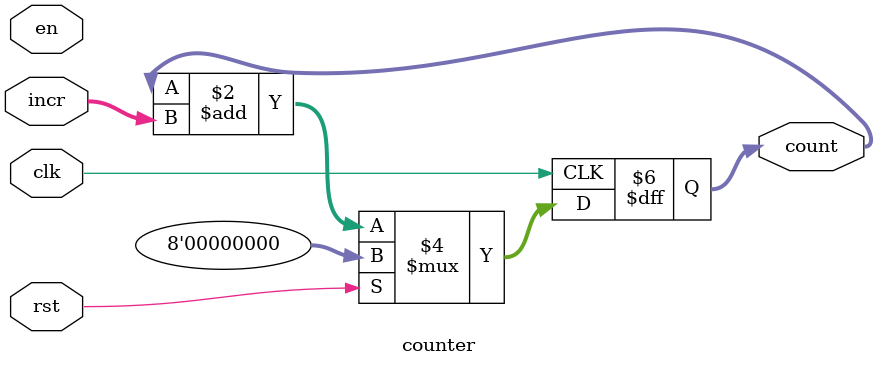
<source format=sv>
module counter #(
    parameter WIDTH = 8
)(
    // interface signals
    input logic clk, // clock
    input logic rst, //reset
    input logic en, //counter enable
    input logic [WIDTH-1:0] incr, //count output
    output logic [WIDTH-1:0] count
);


always_ff @ (posedge clk) //positive edge clock

    if (rst) count <= 0;//incr;
    else count <= count + incr;//{{WIDTH-1{1'b0}},en}; //clock addition


endmodule

</source>
